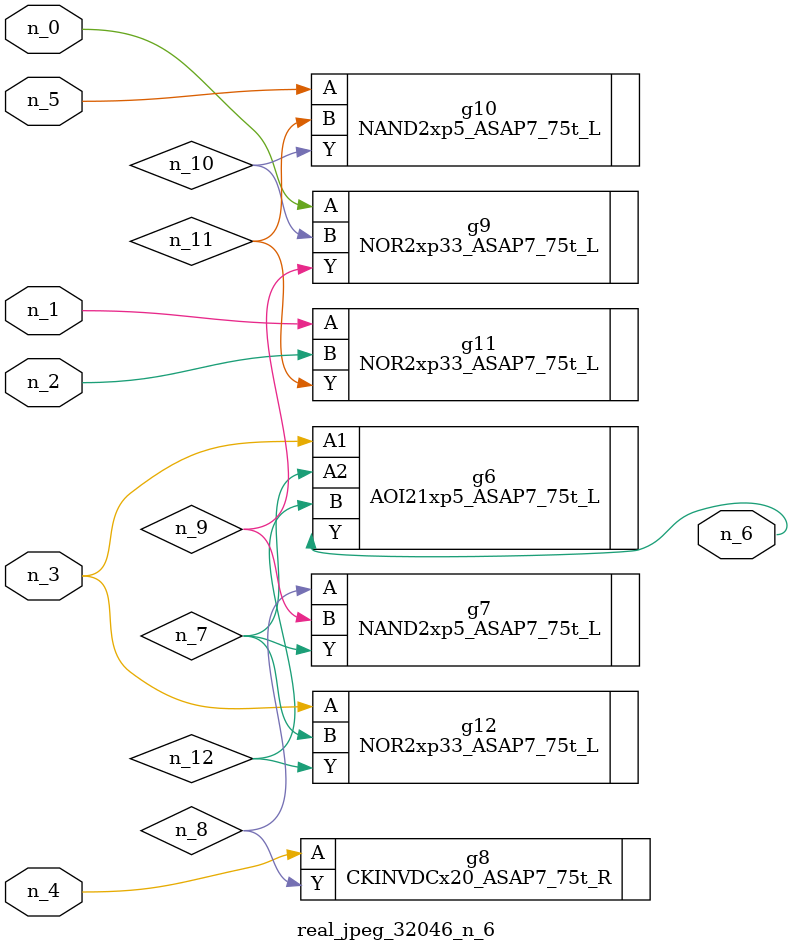
<source format=v>
module real_jpeg_32046_n_6 (n_5, n_4, n_0, n_1, n_2, n_3, n_6);

input n_5;
input n_4;
input n_0;
input n_1;
input n_2;
input n_3;

output n_6;

wire n_12;
wire n_8;
wire n_11;
wire n_7;
wire n_10;
wire n_9;

NOR2xp33_ASAP7_75t_L g9 ( 
.A(n_0),
.B(n_10),
.Y(n_9)
);

NOR2xp33_ASAP7_75t_L g11 ( 
.A(n_1),
.B(n_2),
.Y(n_11)
);

AOI21xp5_ASAP7_75t_L g6 ( 
.A1(n_3),
.A2(n_7),
.B(n_12),
.Y(n_6)
);

NOR2xp33_ASAP7_75t_L g12 ( 
.A(n_3),
.B(n_7),
.Y(n_12)
);

CKINVDCx20_ASAP7_75t_R g8 ( 
.A(n_4),
.Y(n_8)
);

NAND2xp5_ASAP7_75t_L g10 ( 
.A(n_5),
.B(n_11),
.Y(n_10)
);

NAND2xp5_ASAP7_75t_L g7 ( 
.A(n_8),
.B(n_9),
.Y(n_7)
);


endmodule
</source>
